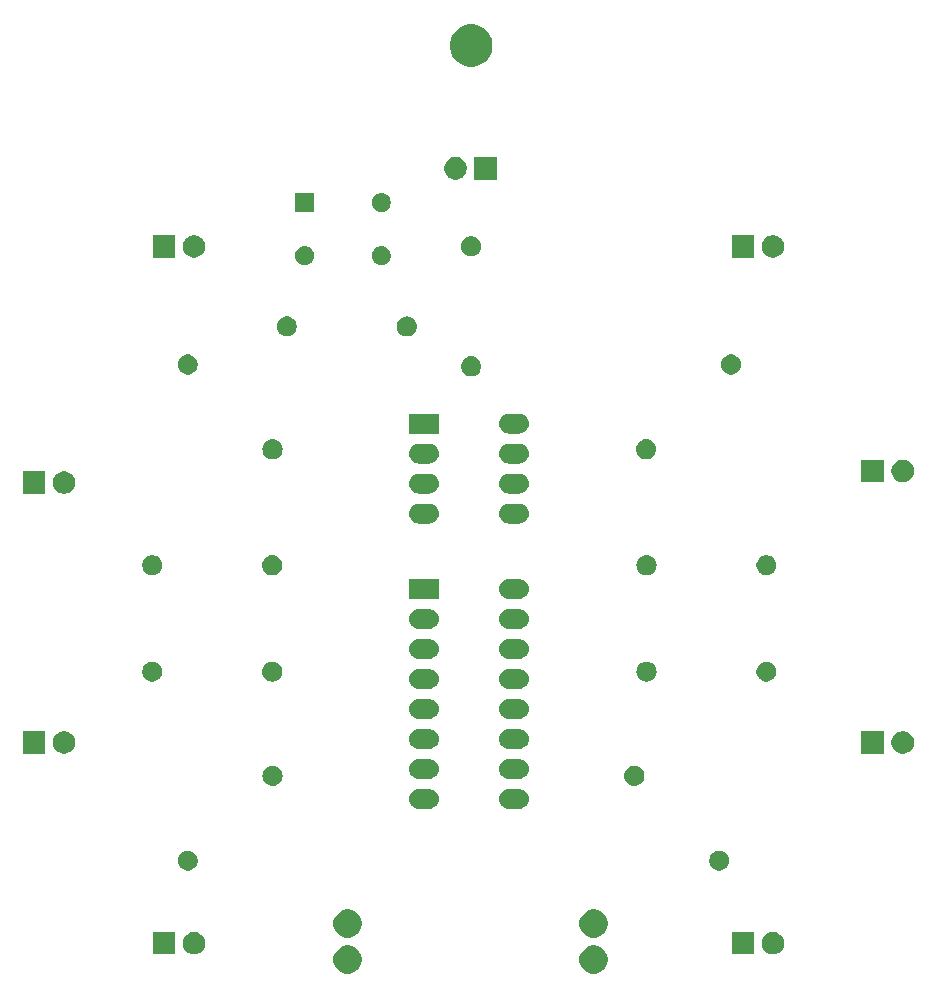
<source format=gbr>
G04 #@! TF.GenerationSoftware,KiCad,Pcbnew,(5.1.0)-1*
G04 #@! TF.CreationDate,2019-11-25T20:58:05-05:00*
G04 #@! TF.ProjectId,Christmas Ornament 2019,43687269-7374-46d6-9173-204f726e616d,rev?*
G04 #@! TF.SameCoordinates,Original*
G04 #@! TF.FileFunction,Soldermask,Top*
G04 #@! TF.FilePolarity,Negative*
%FSLAX46Y46*%
G04 Gerber Fmt 4.6, Leading zero omitted, Abs format (unit mm)*
G04 Created by KiCad (PCBNEW (5.1.0)-1) date 2019-11-25 20:58:05*
%MOMM*%
%LPD*%
G04 APERTURE LIST*
%ADD10C,0.100000*%
G04 APERTURE END LIST*
D10*
G36*
X118712276Y-118231884D02*
G01*
X118929569Y-118321890D01*
X118929571Y-118321891D01*
X119125130Y-118452560D01*
X119291440Y-118618870D01*
X119371502Y-118738690D01*
X119422110Y-118814431D01*
X119512116Y-119031724D01*
X119558000Y-119262400D01*
X119558000Y-119497600D01*
X119512116Y-119728276D01*
X119422110Y-119945569D01*
X119422109Y-119945571D01*
X119291440Y-120141130D01*
X119125130Y-120307440D01*
X118929571Y-120438109D01*
X118929570Y-120438110D01*
X118929569Y-120438110D01*
X118712276Y-120528116D01*
X118481600Y-120574000D01*
X118246400Y-120574000D01*
X118015724Y-120528116D01*
X117798431Y-120438110D01*
X117798430Y-120438110D01*
X117798429Y-120438109D01*
X117602870Y-120307440D01*
X117436560Y-120141130D01*
X117305891Y-119945571D01*
X117305890Y-119945569D01*
X117215884Y-119728276D01*
X117170000Y-119497600D01*
X117170000Y-119262400D01*
X117215884Y-119031724D01*
X117305890Y-118814431D01*
X117356499Y-118738690D01*
X117436560Y-118618870D01*
X117602870Y-118452560D01*
X117798429Y-118321891D01*
X117798431Y-118321890D01*
X118015724Y-118231884D01*
X118246400Y-118186000D01*
X118481600Y-118186000D01*
X118712276Y-118231884D01*
X118712276Y-118231884D01*
G37*
G36*
X97884276Y-118231884D02*
G01*
X98101569Y-118321890D01*
X98101571Y-118321891D01*
X98297130Y-118452560D01*
X98463440Y-118618870D01*
X98543502Y-118738690D01*
X98594110Y-118814431D01*
X98684116Y-119031724D01*
X98730000Y-119262400D01*
X98730000Y-119497600D01*
X98684116Y-119728276D01*
X98594110Y-119945569D01*
X98594109Y-119945571D01*
X98463440Y-120141130D01*
X98297130Y-120307440D01*
X98101571Y-120438109D01*
X98101570Y-120438110D01*
X98101569Y-120438110D01*
X97884276Y-120528116D01*
X97653600Y-120574000D01*
X97418400Y-120574000D01*
X97187724Y-120528116D01*
X96970431Y-120438110D01*
X96970430Y-120438110D01*
X96970429Y-120438109D01*
X96774870Y-120307440D01*
X96608560Y-120141130D01*
X96477891Y-119945571D01*
X96477890Y-119945569D01*
X96387884Y-119728276D01*
X96342000Y-119497600D01*
X96342000Y-119262400D01*
X96387884Y-119031724D01*
X96477890Y-118814431D01*
X96528499Y-118738690D01*
X96608560Y-118618870D01*
X96774870Y-118452560D01*
X96970429Y-118321891D01*
X96970431Y-118321890D01*
X97187724Y-118231884D01*
X97418400Y-118186000D01*
X97653600Y-118186000D01*
X97884276Y-118231884D01*
X97884276Y-118231884D01*
G37*
G36*
X133817395Y-117085546D02*
G01*
X133990466Y-117157234D01*
X133990467Y-117157235D01*
X134146227Y-117261310D01*
X134278690Y-117393773D01*
X134278691Y-117393775D01*
X134382766Y-117549534D01*
X134454454Y-117722605D01*
X134491000Y-117906333D01*
X134491000Y-118093667D01*
X134454454Y-118277395D01*
X134382766Y-118450466D01*
X134382765Y-118450467D01*
X134278690Y-118606227D01*
X134146227Y-118738690D01*
X134067818Y-118791081D01*
X133990466Y-118842766D01*
X133817395Y-118914454D01*
X133633667Y-118951000D01*
X133446333Y-118951000D01*
X133262605Y-118914454D01*
X133089534Y-118842766D01*
X133012182Y-118791081D01*
X132933773Y-118738690D01*
X132801310Y-118606227D01*
X132697235Y-118450467D01*
X132697234Y-118450466D01*
X132625546Y-118277395D01*
X132589000Y-118093667D01*
X132589000Y-117906333D01*
X132625546Y-117722605D01*
X132697234Y-117549534D01*
X132801309Y-117393775D01*
X132801310Y-117393773D01*
X132933773Y-117261310D01*
X133089533Y-117157235D01*
X133089534Y-117157234D01*
X133262605Y-117085546D01*
X133446333Y-117049000D01*
X133633667Y-117049000D01*
X133817395Y-117085546D01*
X133817395Y-117085546D01*
G37*
G36*
X82951000Y-118951000D02*
G01*
X81049000Y-118951000D01*
X81049000Y-117049000D01*
X82951000Y-117049000D01*
X82951000Y-118951000D01*
X82951000Y-118951000D01*
G37*
G36*
X131951000Y-118951000D02*
G01*
X130049000Y-118951000D01*
X130049000Y-117049000D01*
X131951000Y-117049000D01*
X131951000Y-118951000D01*
X131951000Y-118951000D01*
G37*
G36*
X84817395Y-117085546D02*
G01*
X84990466Y-117157234D01*
X84990467Y-117157235D01*
X85146227Y-117261310D01*
X85278690Y-117393773D01*
X85278691Y-117393775D01*
X85382766Y-117549534D01*
X85454454Y-117722605D01*
X85491000Y-117906333D01*
X85491000Y-118093667D01*
X85454454Y-118277395D01*
X85382766Y-118450466D01*
X85382765Y-118450467D01*
X85278690Y-118606227D01*
X85146227Y-118738690D01*
X85067818Y-118791081D01*
X84990466Y-118842766D01*
X84817395Y-118914454D01*
X84633667Y-118951000D01*
X84446333Y-118951000D01*
X84262605Y-118914454D01*
X84089534Y-118842766D01*
X84012182Y-118791081D01*
X83933773Y-118738690D01*
X83801310Y-118606227D01*
X83697235Y-118450467D01*
X83697234Y-118450466D01*
X83625546Y-118277395D01*
X83589000Y-118093667D01*
X83589000Y-117906333D01*
X83625546Y-117722605D01*
X83697234Y-117549534D01*
X83801309Y-117393775D01*
X83801310Y-117393773D01*
X83933773Y-117261310D01*
X84089533Y-117157235D01*
X84089534Y-117157234D01*
X84262605Y-117085546D01*
X84446333Y-117049000D01*
X84633667Y-117049000D01*
X84817395Y-117085546D01*
X84817395Y-117085546D01*
G37*
G36*
X97884276Y-115183884D02*
G01*
X98101569Y-115273890D01*
X98101571Y-115273891D01*
X98297130Y-115404560D01*
X98463440Y-115570870D01*
X98594110Y-115766431D01*
X98684116Y-115983724D01*
X98730000Y-116214400D01*
X98730000Y-116449600D01*
X98684116Y-116680276D01*
X98594110Y-116897569D01*
X98594109Y-116897571D01*
X98463440Y-117093130D01*
X98297130Y-117259440D01*
X98101571Y-117390109D01*
X98101570Y-117390110D01*
X98101569Y-117390110D01*
X97884276Y-117480116D01*
X97653600Y-117526000D01*
X97418400Y-117526000D01*
X97187724Y-117480116D01*
X96970431Y-117390110D01*
X96970430Y-117390110D01*
X96970429Y-117390109D01*
X96774870Y-117259440D01*
X96608560Y-117093130D01*
X96477891Y-116897571D01*
X96477890Y-116897569D01*
X96387884Y-116680276D01*
X96342000Y-116449600D01*
X96342000Y-116214400D01*
X96387884Y-115983724D01*
X96477890Y-115766431D01*
X96608560Y-115570870D01*
X96774870Y-115404560D01*
X96970429Y-115273891D01*
X96970431Y-115273890D01*
X97187724Y-115183884D01*
X97418400Y-115138000D01*
X97653600Y-115138000D01*
X97884276Y-115183884D01*
X97884276Y-115183884D01*
G37*
G36*
X118712276Y-115183884D02*
G01*
X118929569Y-115273890D01*
X118929571Y-115273891D01*
X119125130Y-115404560D01*
X119291440Y-115570870D01*
X119422110Y-115766431D01*
X119512116Y-115983724D01*
X119558000Y-116214400D01*
X119558000Y-116449600D01*
X119512116Y-116680276D01*
X119422110Y-116897569D01*
X119422109Y-116897571D01*
X119291440Y-117093130D01*
X119125130Y-117259440D01*
X118929571Y-117390109D01*
X118929570Y-117390110D01*
X118929569Y-117390110D01*
X118712276Y-117480116D01*
X118481600Y-117526000D01*
X118246400Y-117526000D01*
X118015724Y-117480116D01*
X117798431Y-117390110D01*
X117798430Y-117390110D01*
X117798429Y-117390109D01*
X117602870Y-117259440D01*
X117436560Y-117093130D01*
X117305891Y-116897571D01*
X117305890Y-116897569D01*
X117215884Y-116680276D01*
X117170000Y-116449600D01*
X117170000Y-116214400D01*
X117215884Y-115983724D01*
X117305890Y-115766431D01*
X117436560Y-115570870D01*
X117602870Y-115404560D01*
X117798429Y-115273891D01*
X117798431Y-115273890D01*
X118015724Y-115183884D01*
X118246400Y-115138000D01*
X118481600Y-115138000D01*
X118712276Y-115183884D01*
X118712276Y-115183884D01*
G37*
G36*
X84248228Y-110181703D02*
G01*
X84403100Y-110245853D01*
X84542481Y-110338985D01*
X84661015Y-110457519D01*
X84754147Y-110596900D01*
X84818297Y-110751772D01*
X84851000Y-110916184D01*
X84851000Y-111083816D01*
X84818297Y-111248228D01*
X84754147Y-111403100D01*
X84661015Y-111542481D01*
X84542481Y-111661015D01*
X84403100Y-111754147D01*
X84248228Y-111818297D01*
X84083816Y-111851000D01*
X83916184Y-111851000D01*
X83751772Y-111818297D01*
X83596900Y-111754147D01*
X83457519Y-111661015D01*
X83338985Y-111542481D01*
X83245853Y-111403100D01*
X83181703Y-111248228D01*
X83149000Y-111083816D01*
X83149000Y-110916184D01*
X83181703Y-110751772D01*
X83245853Y-110596900D01*
X83338985Y-110457519D01*
X83457519Y-110338985D01*
X83596900Y-110245853D01*
X83751772Y-110181703D01*
X83916184Y-110149000D01*
X84083816Y-110149000D01*
X84248228Y-110181703D01*
X84248228Y-110181703D01*
G37*
G36*
X129248228Y-110181703D02*
G01*
X129403100Y-110245853D01*
X129542481Y-110338985D01*
X129661015Y-110457519D01*
X129754147Y-110596900D01*
X129818297Y-110751772D01*
X129851000Y-110916184D01*
X129851000Y-111083816D01*
X129818297Y-111248228D01*
X129754147Y-111403100D01*
X129661015Y-111542481D01*
X129542481Y-111661015D01*
X129403100Y-111754147D01*
X129248228Y-111818297D01*
X129083816Y-111851000D01*
X128916184Y-111851000D01*
X128751772Y-111818297D01*
X128596900Y-111754147D01*
X128457519Y-111661015D01*
X128338985Y-111542481D01*
X128245853Y-111403100D01*
X128181703Y-111248228D01*
X128149000Y-111083816D01*
X128149000Y-110916184D01*
X128181703Y-110751772D01*
X128245853Y-110596900D01*
X128338985Y-110457519D01*
X128457519Y-110338985D01*
X128596900Y-110245853D01*
X128751772Y-110181703D01*
X128916184Y-110149000D01*
X129083816Y-110149000D01*
X129248228Y-110181703D01*
X129248228Y-110181703D01*
G37*
G36*
X104566823Y-104941313D02*
G01*
X104727242Y-104989976D01*
X104859906Y-105060886D01*
X104875078Y-105068996D01*
X105004659Y-105175341D01*
X105111004Y-105304922D01*
X105111005Y-105304924D01*
X105190024Y-105452758D01*
X105238687Y-105613177D01*
X105255117Y-105780000D01*
X105238687Y-105946823D01*
X105190024Y-106107242D01*
X105119114Y-106239906D01*
X105111004Y-106255078D01*
X105004659Y-106384659D01*
X104875078Y-106491004D01*
X104875076Y-106491005D01*
X104727242Y-106570024D01*
X104566823Y-106618687D01*
X104441804Y-106631000D01*
X103558196Y-106631000D01*
X103433177Y-106618687D01*
X103272758Y-106570024D01*
X103124924Y-106491005D01*
X103124922Y-106491004D01*
X102995341Y-106384659D01*
X102888996Y-106255078D01*
X102880886Y-106239906D01*
X102809976Y-106107242D01*
X102761313Y-105946823D01*
X102744883Y-105780000D01*
X102761313Y-105613177D01*
X102809976Y-105452758D01*
X102888995Y-105304924D01*
X102888996Y-105304922D01*
X102995341Y-105175341D01*
X103124922Y-105068996D01*
X103140094Y-105060886D01*
X103272758Y-104989976D01*
X103433177Y-104941313D01*
X103558196Y-104929000D01*
X104441804Y-104929000D01*
X104566823Y-104941313D01*
X104566823Y-104941313D01*
G37*
G36*
X112186823Y-104941313D02*
G01*
X112347242Y-104989976D01*
X112479906Y-105060886D01*
X112495078Y-105068996D01*
X112624659Y-105175341D01*
X112731004Y-105304922D01*
X112731005Y-105304924D01*
X112810024Y-105452758D01*
X112858687Y-105613177D01*
X112875117Y-105780000D01*
X112858687Y-105946823D01*
X112810024Y-106107242D01*
X112739114Y-106239906D01*
X112731004Y-106255078D01*
X112624659Y-106384659D01*
X112495078Y-106491004D01*
X112495076Y-106491005D01*
X112347242Y-106570024D01*
X112186823Y-106618687D01*
X112061804Y-106631000D01*
X111178196Y-106631000D01*
X111053177Y-106618687D01*
X110892758Y-106570024D01*
X110744924Y-106491005D01*
X110744922Y-106491004D01*
X110615341Y-106384659D01*
X110508996Y-106255078D01*
X110500886Y-106239906D01*
X110429976Y-106107242D01*
X110381313Y-105946823D01*
X110364883Y-105780000D01*
X110381313Y-105613177D01*
X110429976Y-105452758D01*
X110508995Y-105304924D01*
X110508996Y-105304922D01*
X110615341Y-105175341D01*
X110744922Y-105068996D01*
X110760094Y-105060886D01*
X110892758Y-104989976D01*
X111053177Y-104941313D01*
X111178196Y-104929000D01*
X112061804Y-104929000D01*
X112186823Y-104941313D01*
X112186823Y-104941313D01*
G37*
G36*
X121982618Y-102977108D02*
G01*
X122143037Y-103025771D01*
X122231727Y-103073177D01*
X122290873Y-103104791D01*
X122420454Y-103211136D01*
X122526799Y-103340717D01*
X122526800Y-103340719D01*
X122605819Y-103488553D01*
X122654482Y-103648972D01*
X122670912Y-103815795D01*
X122654482Y-103982618D01*
X122605819Y-104143037D01*
X122534909Y-104275701D01*
X122526799Y-104290873D01*
X122420454Y-104420454D01*
X122290873Y-104526799D01*
X122290871Y-104526800D01*
X122143037Y-104605819D01*
X121982618Y-104654482D01*
X121857599Y-104666795D01*
X121773991Y-104666795D01*
X121648972Y-104654482D01*
X121488553Y-104605819D01*
X121340719Y-104526800D01*
X121340717Y-104526799D01*
X121211136Y-104420454D01*
X121104791Y-104290873D01*
X121096681Y-104275701D01*
X121025771Y-104143037D01*
X120977108Y-103982618D01*
X120960678Y-103815795D01*
X120977108Y-103648972D01*
X121025771Y-103488553D01*
X121104790Y-103340719D01*
X121104791Y-103340717D01*
X121211136Y-103211136D01*
X121340717Y-103104791D01*
X121399863Y-103073177D01*
X121488553Y-103025771D01*
X121648972Y-102977108D01*
X121773991Y-102964795D01*
X121857599Y-102964795D01*
X121982618Y-102977108D01*
X121982618Y-102977108D01*
G37*
G36*
X91351028Y-102977108D02*
G01*
X91511447Y-103025771D01*
X91600137Y-103073177D01*
X91659283Y-103104791D01*
X91788864Y-103211136D01*
X91895209Y-103340717D01*
X91895210Y-103340719D01*
X91974229Y-103488553D01*
X92022892Y-103648972D01*
X92039322Y-103815795D01*
X92022892Y-103982618D01*
X91974229Y-104143037D01*
X91903319Y-104275701D01*
X91895209Y-104290873D01*
X91788864Y-104420454D01*
X91659283Y-104526799D01*
X91659281Y-104526800D01*
X91511447Y-104605819D01*
X91351028Y-104654482D01*
X91226009Y-104666795D01*
X91142401Y-104666795D01*
X91017382Y-104654482D01*
X90856963Y-104605819D01*
X90709129Y-104526800D01*
X90709127Y-104526799D01*
X90579546Y-104420454D01*
X90473201Y-104290873D01*
X90465091Y-104275701D01*
X90394181Y-104143037D01*
X90345518Y-103982618D01*
X90329088Y-103815795D01*
X90345518Y-103648972D01*
X90394181Y-103488553D01*
X90473200Y-103340719D01*
X90473201Y-103340717D01*
X90579546Y-103211136D01*
X90709127Y-103104791D01*
X90768273Y-103073177D01*
X90856963Y-103025771D01*
X91017382Y-102977108D01*
X91142401Y-102964795D01*
X91226009Y-102964795D01*
X91351028Y-102977108D01*
X91351028Y-102977108D01*
G37*
G36*
X112186823Y-102401313D02*
G01*
X112347242Y-102449976D01*
X112479906Y-102520886D01*
X112495078Y-102528996D01*
X112624659Y-102635341D01*
X112731004Y-102764922D01*
X112731005Y-102764924D01*
X112810024Y-102912758D01*
X112858687Y-103073177D01*
X112875117Y-103240000D01*
X112858687Y-103406823D01*
X112810024Y-103567242D01*
X112766339Y-103648970D01*
X112731004Y-103715078D01*
X112624659Y-103844659D01*
X112495078Y-103951004D01*
X112495076Y-103951005D01*
X112347242Y-104030024D01*
X112186823Y-104078687D01*
X112061804Y-104091000D01*
X111178196Y-104091000D01*
X111053177Y-104078687D01*
X110892758Y-104030024D01*
X110744924Y-103951005D01*
X110744922Y-103951004D01*
X110615341Y-103844659D01*
X110508996Y-103715078D01*
X110473661Y-103648970D01*
X110429976Y-103567242D01*
X110381313Y-103406823D01*
X110364883Y-103240000D01*
X110381313Y-103073177D01*
X110429976Y-102912758D01*
X110508995Y-102764924D01*
X110508996Y-102764922D01*
X110615341Y-102635341D01*
X110744922Y-102528996D01*
X110760094Y-102520886D01*
X110892758Y-102449976D01*
X111053177Y-102401313D01*
X111178196Y-102389000D01*
X112061804Y-102389000D01*
X112186823Y-102401313D01*
X112186823Y-102401313D01*
G37*
G36*
X104566823Y-102401313D02*
G01*
X104727242Y-102449976D01*
X104859906Y-102520886D01*
X104875078Y-102528996D01*
X105004659Y-102635341D01*
X105111004Y-102764922D01*
X105111005Y-102764924D01*
X105190024Y-102912758D01*
X105238687Y-103073177D01*
X105255117Y-103240000D01*
X105238687Y-103406823D01*
X105190024Y-103567242D01*
X105146339Y-103648970D01*
X105111004Y-103715078D01*
X105004659Y-103844659D01*
X104875078Y-103951004D01*
X104875076Y-103951005D01*
X104727242Y-104030024D01*
X104566823Y-104078687D01*
X104441804Y-104091000D01*
X103558196Y-104091000D01*
X103433177Y-104078687D01*
X103272758Y-104030024D01*
X103124924Y-103951005D01*
X103124922Y-103951004D01*
X102995341Y-103844659D01*
X102888996Y-103715078D01*
X102853661Y-103648970D01*
X102809976Y-103567242D01*
X102761313Y-103406823D01*
X102744883Y-103240000D01*
X102761313Y-103073177D01*
X102809976Y-102912758D01*
X102888995Y-102764924D01*
X102888996Y-102764922D01*
X102995341Y-102635341D01*
X103124922Y-102528996D01*
X103140094Y-102520886D01*
X103272758Y-102449976D01*
X103433177Y-102401313D01*
X103558196Y-102389000D01*
X104441804Y-102389000D01*
X104566823Y-102401313D01*
X104566823Y-102401313D01*
G37*
G36*
X144817395Y-100085546D02*
G01*
X144990466Y-100157234D01*
X144990467Y-100157235D01*
X145146227Y-100261310D01*
X145278690Y-100393773D01*
X145278691Y-100393775D01*
X145382766Y-100549534D01*
X145454454Y-100722605D01*
X145491000Y-100906333D01*
X145491000Y-101093667D01*
X145454454Y-101277395D01*
X145382766Y-101450466D01*
X145382765Y-101450467D01*
X145278690Y-101606227D01*
X145146227Y-101738690D01*
X145067818Y-101791081D01*
X144990466Y-101842766D01*
X144817395Y-101914454D01*
X144633667Y-101951000D01*
X144446333Y-101951000D01*
X144262605Y-101914454D01*
X144089534Y-101842766D01*
X144012182Y-101791081D01*
X143933773Y-101738690D01*
X143801310Y-101606227D01*
X143697235Y-101450467D01*
X143697234Y-101450466D01*
X143625546Y-101277395D01*
X143589000Y-101093667D01*
X143589000Y-100906333D01*
X143625546Y-100722605D01*
X143697234Y-100549534D01*
X143801309Y-100393775D01*
X143801310Y-100393773D01*
X143933773Y-100261310D01*
X144089533Y-100157235D01*
X144089534Y-100157234D01*
X144262605Y-100085546D01*
X144446333Y-100049000D01*
X144633667Y-100049000D01*
X144817395Y-100085546D01*
X144817395Y-100085546D01*
G37*
G36*
X73817395Y-100085546D02*
G01*
X73990466Y-100157234D01*
X73990467Y-100157235D01*
X74146227Y-100261310D01*
X74278690Y-100393773D01*
X74278691Y-100393775D01*
X74382766Y-100549534D01*
X74454454Y-100722605D01*
X74491000Y-100906333D01*
X74491000Y-101093667D01*
X74454454Y-101277395D01*
X74382766Y-101450466D01*
X74382765Y-101450467D01*
X74278690Y-101606227D01*
X74146227Y-101738690D01*
X74067818Y-101791081D01*
X73990466Y-101842766D01*
X73817395Y-101914454D01*
X73633667Y-101951000D01*
X73446333Y-101951000D01*
X73262605Y-101914454D01*
X73089534Y-101842766D01*
X73012182Y-101791081D01*
X72933773Y-101738690D01*
X72801310Y-101606227D01*
X72697235Y-101450467D01*
X72697234Y-101450466D01*
X72625546Y-101277395D01*
X72589000Y-101093667D01*
X72589000Y-100906333D01*
X72625546Y-100722605D01*
X72697234Y-100549534D01*
X72801309Y-100393775D01*
X72801310Y-100393773D01*
X72933773Y-100261310D01*
X73089533Y-100157235D01*
X73089534Y-100157234D01*
X73262605Y-100085546D01*
X73446333Y-100049000D01*
X73633667Y-100049000D01*
X73817395Y-100085546D01*
X73817395Y-100085546D01*
G37*
G36*
X142951000Y-101951000D02*
G01*
X141049000Y-101951000D01*
X141049000Y-100049000D01*
X142951000Y-100049000D01*
X142951000Y-101951000D01*
X142951000Y-101951000D01*
G37*
G36*
X71951000Y-101951000D02*
G01*
X70049000Y-101951000D01*
X70049000Y-100049000D01*
X71951000Y-100049000D01*
X71951000Y-101951000D01*
X71951000Y-101951000D01*
G37*
G36*
X112186823Y-99861313D02*
G01*
X112347242Y-99909976D01*
X112479906Y-99980886D01*
X112495078Y-99988996D01*
X112624659Y-100095341D01*
X112731004Y-100224922D01*
X112731005Y-100224924D01*
X112810024Y-100372758D01*
X112810025Y-100372761D01*
X112819083Y-100402620D01*
X112858687Y-100533177D01*
X112875117Y-100700000D01*
X112858687Y-100866823D01*
X112810024Y-101027242D01*
X112774520Y-101093665D01*
X112731004Y-101175078D01*
X112624659Y-101304659D01*
X112495078Y-101411004D01*
X112495076Y-101411005D01*
X112347242Y-101490024D01*
X112186823Y-101538687D01*
X112061804Y-101551000D01*
X111178196Y-101551000D01*
X111053177Y-101538687D01*
X110892758Y-101490024D01*
X110744924Y-101411005D01*
X110744922Y-101411004D01*
X110615341Y-101304659D01*
X110508996Y-101175078D01*
X110465480Y-101093665D01*
X110429976Y-101027242D01*
X110381313Y-100866823D01*
X110364883Y-100700000D01*
X110381313Y-100533177D01*
X110420917Y-100402620D01*
X110429975Y-100372761D01*
X110429976Y-100372758D01*
X110508995Y-100224924D01*
X110508996Y-100224922D01*
X110615341Y-100095341D01*
X110744922Y-99988996D01*
X110760094Y-99980886D01*
X110892758Y-99909976D01*
X111053177Y-99861313D01*
X111178196Y-99849000D01*
X112061804Y-99849000D01*
X112186823Y-99861313D01*
X112186823Y-99861313D01*
G37*
G36*
X104566823Y-99861313D02*
G01*
X104727242Y-99909976D01*
X104859906Y-99980886D01*
X104875078Y-99988996D01*
X105004659Y-100095341D01*
X105111004Y-100224922D01*
X105111005Y-100224924D01*
X105190024Y-100372758D01*
X105190025Y-100372761D01*
X105199083Y-100402620D01*
X105238687Y-100533177D01*
X105255117Y-100700000D01*
X105238687Y-100866823D01*
X105190024Y-101027242D01*
X105154520Y-101093665D01*
X105111004Y-101175078D01*
X105004659Y-101304659D01*
X104875078Y-101411004D01*
X104875076Y-101411005D01*
X104727242Y-101490024D01*
X104566823Y-101538687D01*
X104441804Y-101551000D01*
X103558196Y-101551000D01*
X103433177Y-101538687D01*
X103272758Y-101490024D01*
X103124924Y-101411005D01*
X103124922Y-101411004D01*
X102995341Y-101304659D01*
X102888996Y-101175078D01*
X102845480Y-101093665D01*
X102809976Y-101027242D01*
X102761313Y-100866823D01*
X102744883Y-100700000D01*
X102761313Y-100533177D01*
X102800917Y-100402620D01*
X102809975Y-100372761D01*
X102809976Y-100372758D01*
X102888995Y-100224924D01*
X102888996Y-100224922D01*
X102995341Y-100095341D01*
X103124922Y-99988996D01*
X103140094Y-99980886D01*
X103272758Y-99909976D01*
X103433177Y-99861313D01*
X103558196Y-99849000D01*
X104441804Y-99849000D01*
X104566823Y-99861313D01*
X104566823Y-99861313D01*
G37*
G36*
X104566823Y-97321313D02*
G01*
X104727242Y-97369976D01*
X104859906Y-97440886D01*
X104875078Y-97448996D01*
X105004659Y-97555341D01*
X105111004Y-97684922D01*
X105111005Y-97684924D01*
X105190024Y-97832758D01*
X105238687Y-97993177D01*
X105255117Y-98160000D01*
X105238687Y-98326823D01*
X105190024Y-98487242D01*
X105119114Y-98619906D01*
X105111004Y-98635078D01*
X105004659Y-98764659D01*
X104875078Y-98871004D01*
X104875076Y-98871005D01*
X104727242Y-98950024D01*
X104566823Y-98998687D01*
X104441804Y-99011000D01*
X103558196Y-99011000D01*
X103433177Y-98998687D01*
X103272758Y-98950024D01*
X103124924Y-98871005D01*
X103124922Y-98871004D01*
X102995341Y-98764659D01*
X102888996Y-98635078D01*
X102880886Y-98619906D01*
X102809976Y-98487242D01*
X102761313Y-98326823D01*
X102744883Y-98160000D01*
X102761313Y-97993177D01*
X102809976Y-97832758D01*
X102888995Y-97684924D01*
X102888996Y-97684922D01*
X102995341Y-97555341D01*
X103124922Y-97448996D01*
X103140094Y-97440886D01*
X103272758Y-97369976D01*
X103433177Y-97321313D01*
X103558196Y-97309000D01*
X104441804Y-97309000D01*
X104566823Y-97321313D01*
X104566823Y-97321313D01*
G37*
G36*
X112186823Y-97321313D02*
G01*
X112347242Y-97369976D01*
X112479906Y-97440886D01*
X112495078Y-97448996D01*
X112624659Y-97555341D01*
X112731004Y-97684922D01*
X112731005Y-97684924D01*
X112810024Y-97832758D01*
X112858687Y-97993177D01*
X112875117Y-98160000D01*
X112858687Y-98326823D01*
X112810024Y-98487242D01*
X112739114Y-98619906D01*
X112731004Y-98635078D01*
X112624659Y-98764659D01*
X112495078Y-98871004D01*
X112495076Y-98871005D01*
X112347242Y-98950024D01*
X112186823Y-98998687D01*
X112061804Y-99011000D01*
X111178196Y-99011000D01*
X111053177Y-98998687D01*
X110892758Y-98950024D01*
X110744924Y-98871005D01*
X110744922Y-98871004D01*
X110615341Y-98764659D01*
X110508996Y-98635078D01*
X110500886Y-98619906D01*
X110429976Y-98487242D01*
X110381313Y-98326823D01*
X110364883Y-98160000D01*
X110381313Y-97993177D01*
X110429976Y-97832758D01*
X110508995Y-97684924D01*
X110508996Y-97684922D01*
X110615341Y-97555341D01*
X110744922Y-97448996D01*
X110760094Y-97440886D01*
X110892758Y-97369976D01*
X111053177Y-97321313D01*
X111178196Y-97309000D01*
X112061804Y-97309000D01*
X112186823Y-97321313D01*
X112186823Y-97321313D01*
G37*
G36*
X112186823Y-94781313D02*
G01*
X112347242Y-94829976D01*
X112479906Y-94900886D01*
X112495078Y-94908996D01*
X112624659Y-95015341D01*
X112731004Y-95144922D01*
X112731005Y-95144924D01*
X112810024Y-95292758D01*
X112858687Y-95453177D01*
X112875117Y-95620000D01*
X112858687Y-95786823D01*
X112810024Y-95947242D01*
X112739114Y-96079906D01*
X112731004Y-96095078D01*
X112624659Y-96224659D01*
X112495078Y-96331004D01*
X112495076Y-96331005D01*
X112347242Y-96410024D01*
X112186823Y-96458687D01*
X112061804Y-96471000D01*
X111178196Y-96471000D01*
X111053177Y-96458687D01*
X110892758Y-96410024D01*
X110744924Y-96331005D01*
X110744922Y-96331004D01*
X110615341Y-96224659D01*
X110508996Y-96095078D01*
X110500886Y-96079906D01*
X110429976Y-95947242D01*
X110381313Y-95786823D01*
X110364883Y-95620000D01*
X110381313Y-95453177D01*
X110429976Y-95292758D01*
X110508995Y-95144924D01*
X110508996Y-95144922D01*
X110615341Y-95015341D01*
X110744922Y-94908996D01*
X110760094Y-94900886D01*
X110892758Y-94829976D01*
X111053177Y-94781313D01*
X111178196Y-94769000D01*
X112061804Y-94769000D01*
X112186823Y-94781313D01*
X112186823Y-94781313D01*
G37*
G36*
X104566823Y-94781313D02*
G01*
X104727242Y-94829976D01*
X104859906Y-94900886D01*
X104875078Y-94908996D01*
X105004659Y-95015341D01*
X105111004Y-95144922D01*
X105111005Y-95144924D01*
X105190024Y-95292758D01*
X105238687Y-95453177D01*
X105255117Y-95620000D01*
X105238687Y-95786823D01*
X105190024Y-95947242D01*
X105119114Y-96079906D01*
X105111004Y-96095078D01*
X105004659Y-96224659D01*
X104875078Y-96331004D01*
X104875076Y-96331005D01*
X104727242Y-96410024D01*
X104566823Y-96458687D01*
X104441804Y-96471000D01*
X103558196Y-96471000D01*
X103433177Y-96458687D01*
X103272758Y-96410024D01*
X103124924Y-96331005D01*
X103124922Y-96331004D01*
X102995341Y-96224659D01*
X102888996Y-96095078D01*
X102880886Y-96079906D01*
X102809976Y-95947242D01*
X102761313Y-95786823D01*
X102744883Y-95620000D01*
X102761313Y-95453177D01*
X102809976Y-95292758D01*
X102888995Y-95144924D01*
X102888996Y-95144922D01*
X102995341Y-95015341D01*
X103124922Y-94908996D01*
X103140094Y-94900886D01*
X103272758Y-94829976D01*
X103433177Y-94781313D01*
X103558196Y-94769000D01*
X104441804Y-94769000D01*
X104566823Y-94781313D01*
X104566823Y-94781313D01*
G37*
G36*
X81248228Y-94181703D02*
G01*
X81403100Y-94245853D01*
X81542481Y-94338985D01*
X81661015Y-94457519D01*
X81754147Y-94596900D01*
X81818297Y-94751772D01*
X81851000Y-94916184D01*
X81851000Y-95083816D01*
X81818297Y-95248228D01*
X81754147Y-95403100D01*
X81661015Y-95542481D01*
X81542481Y-95661015D01*
X81403100Y-95754147D01*
X81248228Y-95818297D01*
X81083816Y-95851000D01*
X80916184Y-95851000D01*
X80751772Y-95818297D01*
X80596900Y-95754147D01*
X80457519Y-95661015D01*
X80338985Y-95542481D01*
X80245853Y-95403100D01*
X80181703Y-95248228D01*
X80149000Y-95083816D01*
X80149000Y-94916184D01*
X80181703Y-94751772D01*
X80245853Y-94596900D01*
X80338985Y-94457519D01*
X80457519Y-94338985D01*
X80596900Y-94245853D01*
X80751772Y-94181703D01*
X80916184Y-94149000D01*
X81083816Y-94149000D01*
X81248228Y-94181703D01*
X81248228Y-94181703D01*
G37*
G36*
X123006823Y-94161313D02*
G01*
X123167242Y-94209976D01*
X123234361Y-94245852D01*
X123315078Y-94288996D01*
X123444659Y-94395341D01*
X123551004Y-94524922D01*
X123551005Y-94524924D01*
X123630024Y-94672758D01*
X123678687Y-94833177D01*
X123695117Y-95000000D01*
X123678687Y-95166823D01*
X123630024Y-95327242D01*
X123589477Y-95403100D01*
X123551004Y-95475078D01*
X123444659Y-95604659D01*
X123315078Y-95711004D01*
X123315076Y-95711005D01*
X123167242Y-95790024D01*
X123006823Y-95838687D01*
X122881804Y-95851000D01*
X122798196Y-95851000D01*
X122673177Y-95838687D01*
X122512758Y-95790024D01*
X122364924Y-95711005D01*
X122364922Y-95711004D01*
X122235341Y-95604659D01*
X122128996Y-95475078D01*
X122090523Y-95403100D01*
X122049976Y-95327242D01*
X122001313Y-95166823D01*
X121984883Y-95000000D01*
X122001313Y-94833177D01*
X122049976Y-94672758D01*
X122128995Y-94524924D01*
X122128996Y-94524922D01*
X122235341Y-94395341D01*
X122364922Y-94288996D01*
X122445639Y-94245852D01*
X122512758Y-94209976D01*
X122673177Y-94161313D01*
X122798196Y-94149000D01*
X122881804Y-94149000D01*
X123006823Y-94161313D01*
X123006823Y-94161313D01*
G37*
G36*
X133248228Y-94181703D02*
G01*
X133403100Y-94245853D01*
X133542481Y-94338985D01*
X133661015Y-94457519D01*
X133754147Y-94596900D01*
X133818297Y-94751772D01*
X133851000Y-94916184D01*
X133851000Y-95083816D01*
X133818297Y-95248228D01*
X133754147Y-95403100D01*
X133661015Y-95542481D01*
X133542481Y-95661015D01*
X133403100Y-95754147D01*
X133248228Y-95818297D01*
X133083816Y-95851000D01*
X132916184Y-95851000D01*
X132751772Y-95818297D01*
X132596900Y-95754147D01*
X132457519Y-95661015D01*
X132338985Y-95542481D01*
X132245853Y-95403100D01*
X132181703Y-95248228D01*
X132149000Y-95083816D01*
X132149000Y-94916184D01*
X132181703Y-94751772D01*
X132245853Y-94596900D01*
X132338985Y-94457519D01*
X132457519Y-94338985D01*
X132596900Y-94245853D01*
X132751772Y-94181703D01*
X132916184Y-94149000D01*
X133083816Y-94149000D01*
X133248228Y-94181703D01*
X133248228Y-94181703D01*
G37*
G36*
X91326823Y-94161313D02*
G01*
X91487242Y-94209976D01*
X91554361Y-94245852D01*
X91635078Y-94288996D01*
X91764659Y-94395341D01*
X91871004Y-94524922D01*
X91871005Y-94524924D01*
X91950024Y-94672758D01*
X91998687Y-94833177D01*
X92015117Y-95000000D01*
X91998687Y-95166823D01*
X91950024Y-95327242D01*
X91909477Y-95403100D01*
X91871004Y-95475078D01*
X91764659Y-95604659D01*
X91635078Y-95711004D01*
X91635076Y-95711005D01*
X91487242Y-95790024D01*
X91326823Y-95838687D01*
X91201804Y-95851000D01*
X91118196Y-95851000D01*
X90993177Y-95838687D01*
X90832758Y-95790024D01*
X90684924Y-95711005D01*
X90684922Y-95711004D01*
X90555341Y-95604659D01*
X90448996Y-95475078D01*
X90410523Y-95403100D01*
X90369976Y-95327242D01*
X90321313Y-95166823D01*
X90304883Y-95000000D01*
X90321313Y-94833177D01*
X90369976Y-94672758D01*
X90448995Y-94524924D01*
X90448996Y-94524922D01*
X90555341Y-94395341D01*
X90684922Y-94288996D01*
X90765639Y-94245852D01*
X90832758Y-94209976D01*
X90993177Y-94161313D01*
X91118196Y-94149000D01*
X91201804Y-94149000D01*
X91326823Y-94161313D01*
X91326823Y-94161313D01*
G37*
G36*
X104566823Y-92241313D02*
G01*
X104727242Y-92289976D01*
X104859906Y-92360886D01*
X104875078Y-92368996D01*
X105004659Y-92475341D01*
X105111004Y-92604922D01*
X105111005Y-92604924D01*
X105190024Y-92752758D01*
X105238687Y-92913177D01*
X105255117Y-93080000D01*
X105238687Y-93246823D01*
X105190024Y-93407242D01*
X105119114Y-93539906D01*
X105111004Y-93555078D01*
X105004659Y-93684659D01*
X104875078Y-93791004D01*
X104875076Y-93791005D01*
X104727242Y-93870024D01*
X104566823Y-93918687D01*
X104441804Y-93931000D01*
X103558196Y-93931000D01*
X103433177Y-93918687D01*
X103272758Y-93870024D01*
X103124924Y-93791005D01*
X103124922Y-93791004D01*
X102995341Y-93684659D01*
X102888996Y-93555078D01*
X102880886Y-93539906D01*
X102809976Y-93407242D01*
X102761313Y-93246823D01*
X102744883Y-93080000D01*
X102761313Y-92913177D01*
X102809976Y-92752758D01*
X102888995Y-92604924D01*
X102888996Y-92604922D01*
X102995341Y-92475341D01*
X103124922Y-92368996D01*
X103140094Y-92360886D01*
X103272758Y-92289976D01*
X103433177Y-92241313D01*
X103558196Y-92229000D01*
X104441804Y-92229000D01*
X104566823Y-92241313D01*
X104566823Y-92241313D01*
G37*
G36*
X112186823Y-92241313D02*
G01*
X112347242Y-92289976D01*
X112479906Y-92360886D01*
X112495078Y-92368996D01*
X112624659Y-92475341D01*
X112731004Y-92604922D01*
X112731005Y-92604924D01*
X112810024Y-92752758D01*
X112858687Y-92913177D01*
X112875117Y-93080000D01*
X112858687Y-93246823D01*
X112810024Y-93407242D01*
X112739114Y-93539906D01*
X112731004Y-93555078D01*
X112624659Y-93684659D01*
X112495078Y-93791004D01*
X112495076Y-93791005D01*
X112347242Y-93870024D01*
X112186823Y-93918687D01*
X112061804Y-93931000D01*
X111178196Y-93931000D01*
X111053177Y-93918687D01*
X110892758Y-93870024D01*
X110744924Y-93791005D01*
X110744922Y-93791004D01*
X110615341Y-93684659D01*
X110508996Y-93555078D01*
X110500886Y-93539906D01*
X110429976Y-93407242D01*
X110381313Y-93246823D01*
X110364883Y-93080000D01*
X110381313Y-92913177D01*
X110429976Y-92752758D01*
X110508995Y-92604924D01*
X110508996Y-92604922D01*
X110615341Y-92475341D01*
X110744922Y-92368996D01*
X110760094Y-92360886D01*
X110892758Y-92289976D01*
X111053177Y-92241313D01*
X111178196Y-92229000D01*
X112061804Y-92229000D01*
X112186823Y-92241313D01*
X112186823Y-92241313D01*
G37*
G36*
X112186823Y-89701313D02*
G01*
X112347242Y-89749976D01*
X112479906Y-89820886D01*
X112495078Y-89828996D01*
X112624659Y-89935341D01*
X112731004Y-90064922D01*
X112731005Y-90064924D01*
X112810024Y-90212758D01*
X112858687Y-90373177D01*
X112875117Y-90540000D01*
X112858687Y-90706823D01*
X112810024Y-90867242D01*
X112739114Y-90999906D01*
X112731004Y-91015078D01*
X112624659Y-91144659D01*
X112495078Y-91251004D01*
X112495076Y-91251005D01*
X112347242Y-91330024D01*
X112186823Y-91378687D01*
X112061804Y-91391000D01*
X111178196Y-91391000D01*
X111053177Y-91378687D01*
X110892758Y-91330024D01*
X110744924Y-91251005D01*
X110744922Y-91251004D01*
X110615341Y-91144659D01*
X110508996Y-91015078D01*
X110500886Y-90999906D01*
X110429976Y-90867242D01*
X110381313Y-90706823D01*
X110364883Y-90540000D01*
X110381313Y-90373177D01*
X110429976Y-90212758D01*
X110508995Y-90064924D01*
X110508996Y-90064922D01*
X110615341Y-89935341D01*
X110744922Y-89828996D01*
X110760094Y-89820886D01*
X110892758Y-89749976D01*
X111053177Y-89701313D01*
X111178196Y-89689000D01*
X112061804Y-89689000D01*
X112186823Y-89701313D01*
X112186823Y-89701313D01*
G37*
G36*
X104566823Y-89701313D02*
G01*
X104727242Y-89749976D01*
X104859906Y-89820886D01*
X104875078Y-89828996D01*
X105004659Y-89935341D01*
X105111004Y-90064922D01*
X105111005Y-90064924D01*
X105190024Y-90212758D01*
X105238687Y-90373177D01*
X105255117Y-90540000D01*
X105238687Y-90706823D01*
X105190024Y-90867242D01*
X105119114Y-90999906D01*
X105111004Y-91015078D01*
X105004659Y-91144659D01*
X104875078Y-91251004D01*
X104875076Y-91251005D01*
X104727242Y-91330024D01*
X104566823Y-91378687D01*
X104441804Y-91391000D01*
X103558196Y-91391000D01*
X103433177Y-91378687D01*
X103272758Y-91330024D01*
X103124924Y-91251005D01*
X103124922Y-91251004D01*
X102995341Y-91144659D01*
X102888996Y-91015078D01*
X102880886Y-90999906D01*
X102809976Y-90867242D01*
X102761313Y-90706823D01*
X102744883Y-90540000D01*
X102761313Y-90373177D01*
X102809976Y-90212758D01*
X102888995Y-90064924D01*
X102888996Y-90064922D01*
X102995341Y-89935341D01*
X103124922Y-89828996D01*
X103140094Y-89820886D01*
X103272758Y-89749976D01*
X103433177Y-89701313D01*
X103558196Y-89689000D01*
X104441804Y-89689000D01*
X104566823Y-89701313D01*
X104566823Y-89701313D01*
G37*
G36*
X105251000Y-88851000D02*
G01*
X102749000Y-88851000D01*
X102749000Y-87149000D01*
X105251000Y-87149000D01*
X105251000Y-88851000D01*
X105251000Y-88851000D01*
G37*
G36*
X112186823Y-87161313D02*
G01*
X112347242Y-87209976D01*
X112479906Y-87280886D01*
X112495078Y-87288996D01*
X112624659Y-87395341D01*
X112731004Y-87524922D01*
X112731005Y-87524924D01*
X112810024Y-87672758D01*
X112858687Y-87833177D01*
X112875117Y-88000000D01*
X112858687Y-88166823D01*
X112810024Y-88327242D01*
X112739114Y-88459906D01*
X112731004Y-88475078D01*
X112624659Y-88604659D01*
X112495078Y-88711004D01*
X112495076Y-88711005D01*
X112347242Y-88790024D01*
X112186823Y-88838687D01*
X112061804Y-88851000D01*
X111178196Y-88851000D01*
X111053177Y-88838687D01*
X110892758Y-88790024D01*
X110744924Y-88711005D01*
X110744922Y-88711004D01*
X110615341Y-88604659D01*
X110508996Y-88475078D01*
X110500886Y-88459906D01*
X110429976Y-88327242D01*
X110381313Y-88166823D01*
X110364883Y-88000000D01*
X110381313Y-87833177D01*
X110429976Y-87672758D01*
X110508995Y-87524924D01*
X110508996Y-87524922D01*
X110615341Y-87395341D01*
X110744922Y-87288996D01*
X110760094Y-87280886D01*
X110892758Y-87209976D01*
X111053177Y-87161313D01*
X111178196Y-87149000D01*
X112061804Y-87149000D01*
X112186823Y-87161313D01*
X112186823Y-87161313D01*
G37*
G36*
X91326823Y-85161313D02*
G01*
X91487242Y-85209976D01*
X91554361Y-85245852D01*
X91635078Y-85288996D01*
X91764659Y-85395341D01*
X91871004Y-85524922D01*
X91871005Y-85524924D01*
X91950024Y-85672758D01*
X91998687Y-85833177D01*
X92015117Y-86000000D01*
X91998687Y-86166823D01*
X91950024Y-86327242D01*
X91909477Y-86403100D01*
X91871004Y-86475078D01*
X91764659Y-86604659D01*
X91635078Y-86711004D01*
X91635076Y-86711005D01*
X91487242Y-86790024D01*
X91326823Y-86838687D01*
X91201804Y-86851000D01*
X91118196Y-86851000D01*
X90993177Y-86838687D01*
X90832758Y-86790024D01*
X90684924Y-86711005D01*
X90684922Y-86711004D01*
X90555341Y-86604659D01*
X90448996Y-86475078D01*
X90410523Y-86403100D01*
X90369976Y-86327242D01*
X90321313Y-86166823D01*
X90304883Y-86000000D01*
X90321313Y-85833177D01*
X90369976Y-85672758D01*
X90448995Y-85524924D01*
X90448996Y-85524922D01*
X90555341Y-85395341D01*
X90684922Y-85288996D01*
X90765639Y-85245852D01*
X90832758Y-85209976D01*
X90993177Y-85161313D01*
X91118196Y-85149000D01*
X91201804Y-85149000D01*
X91326823Y-85161313D01*
X91326823Y-85161313D01*
G37*
G36*
X133248228Y-85181703D02*
G01*
X133403100Y-85245853D01*
X133542481Y-85338985D01*
X133661015Y-85457519D01*
X133754147Y-85596900D01*
X133818297Y-85751772D01*
X133851000Y-85916184D01*
X133851000Y-86083816D01*
X133818297Y-86248228D01*
X133754147Y-86403100D01*
X133661015Y-86542481D01*
X133542481Y-86661015D01*
X133403100Y-86754147D01*
X133248228Y-86818297D01*
X133083816Y-86851000D01*
X132916184Y-86851000D01*
X132751772Y-86818297D01*
X132596900Y-86754147D01*
X132457519Y-86661015D01*
X132338985Y-86542481D01*
X132245853Y-86403100D01*
X132181703Y-86248228D01*
X132149000Y-86083816D01*
X132149000Y-85916184D01*
X132181703Y-85751772D01*
X132245853Y-85596900D01*
X132338985Y-85457519D01*
X132457519Y-85338985D01*
X132596900Y-85245853D01*
X132751772Y-85181703D01*
X132916184Y-85149000D01*
X133083816Y-85149000D01*
X133248228Y-85181703D01*
X133248228Y-85181703D01*
G37*
G36*
X123006823Y-85161313D02*
G01*
X123167242Y-85209976D01*
X123234361Y-85245852D01*
X123315078Y-85288996D01*
X123444659Y-85395341D01*
X123551004Y-85524922D01*
X123551005Y-85524924D01*
X123630024Y-85672758D01*
X123678687Y-85833177D01*
X123695117Y-86000000D01*
X123678687Y-86166823D01*
X123630024Y-86327242D01*
X123589477Y-86403100D01*
X123551004Y-86475078D01*
X123444659Y-86604659D01*
X123315078Y-86711004D01*
X123315076Y-86711005D01*
X123167242Y-86790024D01*
X123006823Y-86838687D01*
X122881804Y-86851000D01*
X122798196Y-86851000D01*
X122673177Y-86838687D01*
X122512758Y-86790024D01*
X122364924Y-86711005D01*
X122364922Y-86711004D01*
X122235341Y-86604659D01*
X122128996Y-86475078D01*
X122090523Y-86403100D01*
X122049976Y-86327242D01*
X122001313Y-86166823D01*
X121984883Y-86000000D01*
X122001313Y-85833177D01*
X122049976Y-85672758D01*
X122128995Y-85524924D01*
X122128996Y-85524922D01*
X122235341Y-85395341D01*
X122364922Y-85288996D01*
X122445639Y-85245852D01*
X122512758Y-85209976D01*
X122673177Y-85161313D01*
X122798196Y-85149000D01*
X122881804Y-85149000D01*
X123006823Y-85161313D01*
X123006823Y-85161313D01*
G37*
G36*
X81248228Y-85181703D02*
G01*
X81403100Y-85245853D01*
X81542481Y-85338985D01*
X81661015Y-85457519D01*
X81754147Y-85596900D01*
X81818297Y-85751772D01*
X81851000Y-85916184D01*
X81851000Y-86083816D01*
X81818297Y-86248228D01*
X81754147Y-86403100D01*
X81661015Y-86542481D01*
X81542481Y-86661015D01*
X81403100Y-86754147D01*
X81248228Y-86818297D01*
X81083816Y-86851000D01*
X80916184Y-86851000D01*
X80751772Y-86818297D01*
X80596900Y-86754147D01*
X80457519Y-86661015D01*
X80338985Y-86542481D01*
X80245853Y-86403100D01*
X80181703Y-86248228D01*
X80149000Y-86083816D01*
X80149000Y-85916184D01*
X80181703Y-85751772D01*
X80245853Y-85596900D01*
X80338985Y-85457519D01*
X80457519Y-85338985D01*
X80596900Y-85245853D01*
X80751772Y-85181703D01*
X80916184Y-85149000D01*
X81083816Y-85149000D01*
X81248228Y-85181703D01*
X81248228Y-85181703D01*
G37*
G36*
X104566823Y-80781313D02*
G01*
X104727242Y-80829976D01*
X104859906Y-80900886D01*
X104875078Y-80908996D01*
X105004659Y-81015341D01*
X105111004Y-81144922D01*
X105111005Y-81144924D01*
X105190024Y-81292758D01*
X105238687Y-81453177D01*
X105255117Y-81620000D01*
X105238687Y-81786823D01*
X105190024Y-81947242D01*
X105119114Y-82079906D01*
X105111004Y-82095078D01*
X105004659Y-82224659D01*
X104875078Y-82331004D01*
X104875076Y-82331005D01*
X104727242Y-82410024D01*
X104566823Y-82458687D01*
X104441804Y-82471000D01*
X103558196Y-82471000D01*
X103433177Y-82458687D01*
X103272758Y-82410024D01*
X103124924Y-82331005D01*
X103124922Y-82331004D01*
X102995341Y-82224659D01*
X102888996Y-82095078D01*
X102880886Y-82079906D01*
X102809976Y-81947242D01*
X102761313Y-81786823D01*
X102744883Y-81620000D01*
X102761313Y-81453177D01*
X102809976Y-81292758D01*
X102888995Y-81144924D01*
X102888996Y-81144922D01*
X102995341Y-81015341D01*
X103124922Y-80908996D01*
X103140094Y-80900886D01*
X103272758Y-80829976D01*
X103433177Y-80781313D01*
X103558196Y-80769000D01*
X104441804Y-80769000D01*
X104566823Y-80781313D01*
X104566823Y-80781313D01*
G37*
G36*
X112186823Y-80781313D02*
G01*
X112347242Y-80829976D01*
X112479906Y-80900886D01*
X112495078Y-80908996D01*
X112624659Y-81015341D01*
X112731004Y-81144922D01*
X112731005Y-81144924D01*
X112810024Y-81292758D01*
X112858687Y-81453177D01*
X112875117Y-81620000D01*
X112858687Y-81786823D01*
X112810024Y-81947242D01*
X112739114Y-82079906D01*
X112731004Y-82095078D01*
X112624659Y-82224659D01*
X112495078Y-82331004D01*
X112495076Y-82331005D01*
X112347242Y-82410024D01*
X112186823Y-82458687D01*
X112061804Y-82471000D01*
X111178196Y-82471000D01*
X111053177Y-82458687D01*
X110892758Y-82410024D01*
X110744924Y-82331005D01*
X110744922Y-82331004D01*
X110615341Y-82224659D01*
X110508996Y-82095078D01*
X110500886Y-82079906D01*
X110429976Y-81947242D01*
X110381313Y-81786823D01*
X110364883Y-81620000D01*
X110381313Y-81453177D01*
X110429976Y-81292758D01*
X110508995Y-81144924D01*
X110508996Y-81144922D01*
X110615341Y-81015341D01*
X110744922Y-80908996D01*
X110760094Y-80900886D01*
X110892758Y-80829976D01*
X111053177Y-80781313D01*
X111178196Y-80769000D01*
X112061804Y-80769000D01*
X112186823Y-80781313D01*
X112186823Y-80781313D01*
G37*
G36*
X71951000Y-79951000D02*
G01*
X70049000Y-79951000D01*
X70049000Y-78049000D01*
X71951000Y-78049000D01*
X71951000Y-79951000D01*
X71951000Y-79951000D01*
G37*
G36*
X73817395Y-78085546D02*
G01*
X73990466Y-78157234D01*
X73990467Y-78157235D01*
X74146227Y-78261310D01*
X74278690Y-78393773D01*
X74331081Y-78472182D01*
X74382766Y-78549534D01*
X74454454Y-78722605D01*
X74491000Y-78906333D01*
X74491000Y-79093667D01*
X74454454Y-79277395D01*
X74382766Y-79450466D01*
X74382765Y-79450467D01*
X74278690Y-79606227D01*
X74146227Y-79738690D01*
X74067933Y-79791004D01*
X73990466Y-79842766D01*
X73817395Y-79914454D01*
X73633667Y-79951000D01*
X73446333Y-79951000D01*
X73262605Y-79914454D01*
X73089534Y-79842766D01*
X73012067Y-79791004D01*
X72933773Y-79738690D01*
X72801310Y-79606227D01*
X72697235Y-79450467D01*
X72697234Y-79450466D01*
X72625546Y-79277395D01*
X72589000Y-79093667D01*
X72589000Y-78906333D01*
X72625546Y-78722605D01*
X72697234Y-78549534D01*
X72748919Y-78472182D01*
X72801310Y-78393773D01*
X72933773Y-78261310D01*
X73089533Y-78157235D01*
X73089534Y-78157234D01*
X73262605Y-78085546D01*
X73446333Y-78049000D01*
X73633667Y-78049000D01*
X73817395Y-78085546D01*
X73817395Y-78085546D01*
G37*
G36*
X112186823Y-78241313D02*
G01*
X112347242Y-78289976D01*
X112479906Y-78360886D01*
X112495078Y-78368996D01*
X112624659Y-78475341D01*
X112731004Y-78604922D01*
X112739114Y-78620094D01*
X112810024Y-78752758D01*
X112858687Y-78913177D01*
X112875117Y-79080000D01*
X112858687Y-79246823D01*
X112810024Y-79407242D01*
X112739114Y-79539906D01*
X112731004Y-79555078D01*
X112624659Y-79684659D01*
X112495078Y-79791004D01*
X112495076Y-79791005D01*
X112347242Y-79870024D01*
X112186823Y-79918687D01*
X112061804Y-79931000D01*
X111178196Y-79931000D01*
X111053177Y-79918687D01*
X110892758Y-79870024D01*
X110744924Y-79791005D01*
X110744922Y-79791004D01*
X110615341Y-79684659D01*
X110508996Y-79555078D01*
X110500886Y-79539906D01*
X110429976Y-79407242D01*
X110381313Y-79246823D01*
X110364883Y-79080000D01*
X110381313Y-78913177D01*
X110429976Y-78752758D01*
X110500886Y-78620094D01*
X110508996Y-78604922D01*
X110615341Y-78475341D01*
X110744922Y-78368996D01*
X110760094Y-78360886D01*
X110892758Y-78289976D01*
X111053177Y-78241313D01*
X111178196Y-78229000D01*
X112061804Y-78229000D01*
X112186823Y-78241313D01*
X112186823Y-78241313D01*
G37*
G36*
X104566823Y-78241313D02*
G01*
X104727242Y-78289976D01*
X104859906Y-78360886D01*
X104875078Y-78368996D01*
X105004659Y-78475341D01*
X105111004Y-78604922D01*
X105119114Y-78620094D01*
X105190024Y-78752758D01*
X105238687Y-78913177D01*
X105255117Y-79080000D01*
X105238687Y-79246823D01*
X105190024Y-79407242D01*
X105119114Y-79539906D01*
X105111004Y-79555078D01*
X105004659Y-79684659D01*
X104875078Y-79791004D01*
X104875076Y-79791005D01*
X104727242Y-79870024D01*
X104566823Y-79918687D01*
X104441804Y-79931000D01*
X103558196Y-79931000D01*
X103433177Y-79918687D01*
X103272758Y-79870024D01*
X103124924Y-79791005D01*
X103124922Y-79791004D01*
X102995341Y-79684659D01*
X102888996Y-79555078D01*
X102880886Y-79539906D01*
X102809976Y-79407242D01*
X102761313Y-79246823D01*
X102744883Y-79080000D01*
X102761313Y-78913177D01*
X102809976Y-78752758D01*
X102880886Y-78620094D01*
X102888996Y-78604922D01*
X102995341Y-78475341D01*
X103124922Y-78368996D01*
X103140094Y-78360886D01*
X103272758Y-78289976D01*
X103433177Y-78241313D01*
X103558196Y-78229000D01*
X104441804Y-78229000D01*
X104566823Y-78241313D01*
X104566823Y-78241313D01*
G37*
G36*
X144817395Y-77085546D02*
G01*
X144990466Y-77157234D01*
X144990467Y-77157235D01*
X145146227Y-77261310D01*
X145278690Y-77393773D01*
X145278691Y-77393775D01*
X145382766Y-77549534D01*
X145454454Y-77722605D01*
X145491000Y-77906333D01*
X145491000Y-78093667D01*
X145454454Y-78277395D01*
X145382766Y-78450466D01*
X145382765Y-78450467D01*
X145278690Y-78606227D01*
X145146227Y-78738690D01*
X145125168Y-78752761D01*
X144990466Y-78842766D01*
X144817395Y-78914454D01*
X144633667Y-78951000D01*
X144446333Y-78951000D01*
X144262605Y-78914454D01*
X144089534Y-78842766D01*
X143954832Y-78752761D01*
X143933773Y-78738690D01*
X143801310Y-78606227D01*
X143697235Y-78450467D01*
X143697234Y-78450466D01*
X143625546Y-78277395D01*
X143589000Y-78093667D01*
X143589000Y-77906333D01*
X143625546Y-77722605D01*
X143697234Y-77549534D01*
X143801309Y-77393775D01*
X143801310Y-77393773D01*
X143933773Y-77261310D01*
X144089533Y-77157235D01*
X144089534Y-77157234D01*
X144262605Y-77085546D01*
X144446333Y-77049000D01*
X144633667Y-77049000D01*
X144817395Y-77085546D01*
X144817395Y-77085546D01*
G37*
G36*
X142951000Y-78951000D02*
G01*
X141049000Y-78951000D01*
X141049000Y-77049000D01*
X142951000Y-77049000D01*
X142951000Y-78951000D01*
X142951000Y-78951000D01*
G37*
G36*
X112186823Y-75701313D02*
G01*
X112347242Y-75749976D01*
X112479906Y-75820886D01*
X112495078Y-75828996D01*
X112624659Y-75935341D01*
X112731004Y-76064922D01*
X112731005Y-76064924D01*
X112810024Y-76212758D01*
X112858687Y-76373177D01*
X112875117Y-76540000D01*
X112858687Y-76706823D01*
X112810024Y-76867242D01*
X112752838Y-76974229D01*
X112731004Y-77015078D01*
X112624659Y-77144659D01*
X112495078Y-77251004D01*
X112495076Y-77251005D01*
X112347242Y-77330024D01*
X112186823Y-77378687D01*
X112061804Y-77391000D01*
X111178196Y-77391000D01*
X111053177Y-77378687D01*
X110892758Y-77330024D01*
X110744924Y-77251005D01*
X110744922Y-77251004D01*
X110615341Y-77144659D01*
X110508996Y-77015078D01*
X110487162Y-76974229D01*
X110429976Y-76867242D01*
X110381313Y-76706823D01*
X110364883Y-76540000D01*
X110381313Y-76373177D01*
X110429976Y-76212758D01*
X110508995Y-76064924D01*
X110508996Y-76064922D01*
X110615341Y-75935341D01*
X110744922Y-75828996D01*
X110760094Y-75820886D01*
X110892758Y-75749976D01*
X111053177Y-75701313D01*
X111178196Y-75689000D01*
X112061804Y-75689000D01*
X112186823Y-75701313D01*
X112186823Y-75701313D01*
G37*
G36*
X104566823Y-75701313D02*
G01*
X104727242Y-75749976D01*
X104859906Y-75820886D01*
X104875078Y-75828996D01*
X105004659Y-75935341D01*
X105111004Y-76064922D01*
X105111005Y-76064924D01*
X105190024Y-76212758D01*
X105238687Y-76373177D01*
X105255117Y-76540000D01*
X105238687Y-76706823D01*
X105190024Y-76867242D01*
X105132838Y-76974229D01*
X105111004Y-77015078D01*
X105004659Y-77144659D01*
X104875078Y-77251004D01*
X104875076Y-77251005D01*
X104727242Y-77330024D01*
X104566823Y-77378687D01*
X104441804Y-77391000D01*
X103558196Y-77391000D01*
X103433177Y-77378687D01*
X103272758Y-77330024D01*
X103124924Y-77251005D01*
X103124922Y-77251004D01*
X102995341Y-77144659D01*
X102888996Y-77015078D01*
X102867162Y-76974229D01*
X102809976Y-76867242D01*
X102761313Y-76706823D01*
X102744883Y-76540000D01*
X102761313Y-76373177D01*
X102809976Y-76212758D01*
X102888995Y-76064924D01*
X102888996Y-76064922D01*
X102995341Y-75935341D01*
X103124922Y-75828996D01*
X103140094Y-75820886D01*
X103272758Y-75749976D01*
X103433177Y-75701313D01*
X103558196Y-75689000D01*
X104441804Y-75689000D01*
X104566823Y-75701313D01*
X104566823Y-75701313D01*
G37*
G36*
X122982618Y-75345518D02*
G01*
X123143037Y-75394181D01*
X123275701Y-75465091D01*
X123290873Y-75473201D01*
X123420454Y-75579546D01*
X123526799Y-75709127D01*
X123526800Y-75709129D01*
X123605819Y-75856963D01*
X123654482Y-76017382D01*
X123670912Y-76184205D01*
X123654482Y-76351028D01*
X123605819Y-76511447D01*
X123590557Y-76540000D01*
X123526799Y-76659283D01*
X123420454Y-76788864D01*
X123290873Y-76895209D01*
X123290871Y-76895210D01*
X123143037Y-76974229D01*
X122982618Y-77022892D01*
X122857599Y-77035205D01*
X122773991Y-77035205D01*
X122648972Y-77022892D01*
X122488553Y-76974229D01*
X122340719Y-76895210D01*
X122340717Y-76895209D01*
X122211136Y-76788864D01*
X122104791Y-76659283D01*
X122041033Y-76540000D01*
X122025771Y-76511447D01*
X121977108Y-76351028D01*
X121960678Y-76184205D01*
X121977108Y-76017382D01*
X122025771Y-75856963D01*
X122104790Y-75709129D01*
X122104791Y-75709127D01*
X122211136Y-75579546D01*
X122340717Y-75473201D01*
X122355889Y-75465091D01*
X122488553Y-75394181D01*
X122648972Y-75345518D01*
X122773991Y-75333205D01*
X122857599Y-75333205D01*
X122982618Y-75345518D01*
X122982618Y-75345518D01*
G37*
G36*
X91351028Y-75345518D02*
G01*
X91511447Y-75394181D01*
X91644111Y-75465091D01*
X91659283Y-75473201D01*
X91788864Y-75579546D01*
X91895209Y-75709127D01*
X91895210Y-75709129D01*
X91974229Y-75856963D01*
X92022892Y-76017382D01*
X92039322Y-76184205D01*
X92022892Y-76351028D01*
X91974229Y-76511447D01*
X91958967Y-76540000D01*
X91895209Y-76659283D01*
X91788864Y-76788864D01*
X91659283Y-76895209D01*
X91659281Y-76895210D01*
X91511447Y-76974229D01*
X91351028Y-77022892D01*
X91226009Y-77035205D01*
X91142401Y-77035205D01*
X91017382Y-77022892D01*
X90856963Y-76974229D01*
X90709129Y-76895210D01*
X90709127Y-76895209D01*
X90579546Y-76788864D01*
X90473201Y-76659283D01*
X90409443Y-76540000D01*
X90394181Y-76511447D01*
X90345518Y-76351028D01*
X90329088Y-76184205D01*
X90345518Y-76017382D01*
X90394181Y-75856963D01*
X90473200Y-75709129D01*
X90473201Y-75709127D01*
X90579546Y-75579546D01*
X90709127Y-75473201D01*
X90724299Y-75465091D01*
X90856963Y-75394181D01*
X91017382Y-75345518D01*
X91142401Y-75333205D01*
X91226009Y-75333205D01*
X91351028Y-75345518D01*
X91351028Y-75345518D01*
G37*
G36*
X105251000Y-74851000D02*
G01*
X102749000Y-74851000D01*
X102749000Y-73149000D01*
X105251000Y-73149000D01*
X105251000Y-74851000D01*
X105251000Y-74851000D01*
G37*
G36*
X112186823Y-73161313D02*
G01*
X112347242Y-73209976D01*
X112479906Y-73280886D01*
X112495078Y-73288996D01*
X112624659Y-73395341D01*
X112731004Y-73524922D01*
X112731005Y-73524924D01*
X112810024Y-73672758D01*
X112858687Y-73833177D01*
X112875117Y-74000000D01*
X112858687Y-74166823D01*
X112810024Y-74327242D01*
X112739114Y-74459906D01*
X112731004Y-74475078D01*
X112624659Y-74604659D01*
X112495078Y-74711004D01*
X112495076Y-74711005D01*
X112347242Y-74790024D01*
X112186823Y-74838687D01*
X112061804Y-74851000D01*
X111178196Y-74851000D01*
X111053177Y-74838687D01*
X110892758Y-74790024D01*
X110744924Y-74711005D01*
X110744922Y-74711004D01*
X110615341Y-74604659D01*
X110508996Y-74475078D01*
X110500886Y-74459906D01*
X110429976Y-74327242D01*
X110381313Y-74166823D01*
X110364883Y-74000000D01*
X110381313Y-73833177D01*
X110429976Y-73672758D01*
X110508995Y-73524924D01*
X110508996Y-73524922D01*
X110615341Y-73395341D01*
X110744922Y-73288996D01*
X110760094Y-73280886D01*
X110892758Y-73209976D01*
X111053177Y-73161313D01*
X111178196Y-73149000D01*
X112061804Y-73149000D01*
X112186823Y-73161313D01*
X112186823Y-73161313D01*
G37*
G36*
X108166823Y-68321313D02*
G01*
X108327242Y-68369976D01*
X108459906Y-68440886D01*
X108475078Y-68448996D01*
X108604659Y-68555341D01*
X108711004Y-68684922D01*
X108711005Y-68684924D01*
X108790024Y-68832758D01*
X108838687Y-68993177D01*
X108855117Y-69160000D01*
X108838687Y-69326823D01*
X108790024Y-69487242D01*
X108760498Y-69542481D01*
X108711004Y-69635078D01*
X108604659Y-69764659D01*
X108475078Y-69871004D01*
X108475076Y-69871005D01*
X108327242Y-69950024D01*
X108166823Y-69998687D01*
X108041804Y-70011000D01*
X107958196Y-70011000D01*
X107833177Y-69998687D01*
X107672758Y-69950024D01*
X107524924Y-69871005D01*
X107524922Y-69871004D01*
X107395341Y-69764659D01*
X107288996Y-69635078D01*
X107239502Y-69542481D01*
X107209976Y-69487242D01*
X107161313Y-69326823D01*
X107144883Y-69160000D01*
X107161313Y-68993177D01*
X107209976Y-68832758D01*
X107288995Y-68684924D01*
X107288996Y-68684922D01*
X107395341Y-68555341D01*
X107524922Y-68448996D01*
X107540094Y-68440886D01*
X107672758Y-68369976D01*
X107833177Y-68321313D01*
X107958196Y-68309000D01*
X108041804Y-68309000D01*
X108166823Y-68321313D01*
X108166823Y-68321313D01*
G37*
G36*
X84248228Y-68181703D02*
G01*
X84403100Y-68245853D01*
X84542481Y-68338985D01*
X84661015Y-68457519D01*
X84754147Y-68596900D01*
X84818297Y-68751772D01*
X84851000Y-68916184D01*
X84851000Y-69083816D01*
X84818297Y-69248228D01*
X84754147Y-69403100D01*
X84661015Y-69542481D01*
X84542481Y-69661015D01*
X84403100Y-69754147D01*
X84248228Y-69818297D01*
X84083816Y-69851000D01*
X83916184Y-69851000D01*
X83751772Y-69818297D01*
X83596900Y-69754147D01*
X83457519Y-69661015D01*
X83338985Y-69542481D01*
X83245853Y-69403100D01*
X83181703Y-69248228D01*
X83149000Y-69083816D01*
X83149000Y-68916184D01*
X83181703Y-68751772D01*
X83245853Y-68596900D01*
X83338985Y-68457519D01*
X83457519Y-68338985D01*
X83596900Y-68245853D01*
X83751772Y-68181703D01*
X83916184Y-68149000D01*
X84083816Y-68149000D01*
X84248228Y-68181703D01*
X84248228Y-68181703D01*
G37*
G36*
X130248228Y-68181703D02*
G01*
X130403100Y-68245853D01*
X130542481Y-68338985D01*
X130661015Y-68457519D01*
X130754147Y-68596900D01*
X130818297Y-68751772D01*
X130851000Y-68916184D01*
X130851000Y-69083816D01*
X130818297Y-69248228D01*
X130754147Y-69403100D01*
X130661015Y-69542481D01*
X130542481Y-69661015D01*
X130403100Y-69754147D01*
X130248228Y-69818297D01*
X130083816Y-69851000D01*
X129916184Y-69851000D01*
X129751772Y-69818297D01*
X129596900Y-69754147D01*
X129457519Y-69661015D01*
X129338985Y-69542481D01*
X129245853Y-69403100D01*
X129181703Y-69248228D01*
X129149000Y-69083816D01*
X129149000Y-68916184D01*
X129181703Y-68751772D01*
X129245853Y-68596900D01*
X129338985Y-68457519D01*
X129457519Y-68338985D01*
X129596900Y-68245853D01*
X129751772Y-68181703D01*
X129916184Y-68149000D01*
X130083816Y-68149000D01*
X130248228Y-68181703D01*
X130248228Y-68181703D01*
G37*
G36*
X102720823Y-64939313D02*
G01*
X102881242Y-64987976D01*
X102948361Y-65023852D01*
X103029078Y-65066996D01*
X103158659Y-65173341D01*
X103265004Y-65302922D01*
X103265005Y-65302924D01*
X103344024Y-65450758D01*
X103392687Y-65611177D01*
X103409117Y-65778000D01*
X103392687Y-65944823D01*
X103344024Y-66105242D01*
X103303477Y-66181100D01*
X103265004Y-66253078D01*
X103158659Y-66382659D01*
X103029078Y-66489004D01*
X103029076Y-66489005D01*
X102881242Y-66568024D01*
X102720823Y-66616687D01*
X102595804Y-66629000D01*
X102512196Y-66629000D01*
X102387177Y-66616687D01*
X102226758Y-66568024D01*
X102078924Y-66489005D01*
X102078922Y-66489004D01*
X101949341Y-66382659D01*
X101842996Y-66253078D01*
X101804523Y-66181100D01*
X101763976Y-66105242D01*
X101715313Y-65944823D01*
X101698883Y-65778000D01*
X101715313Y-65611177D01*
X101763976Y-65450758D01*
X101842995Y-65302924D01*
X101842996Y-65302922D01*
X101949341Y-65173341D01*
X102078922Y-65066996D01*
X102159639Y-65023852D01*
X102226758Y-64987976D01*
X102387177Y-64939313D01*
X102512196Y-64927000D01*
X102595804Y-64927000D01*
X102720823Y-64939313D01*
X102720823Y-64939313D01*
G37*
G36*
X92642228Y-64959703D02*
G01*
X92797100Y-65023853D01*
X92936481Y-65116985D01*
X93055015Y-65235519D01*
X93148147Y-65374900D01*
X93212297Y-65529772D01*
X93245000Y-65694184D01*
X93245000Y-65861816D01*
X93212297Y-66026228D01*
X93148147Y-66181100D01*
X93055015Y-66320481D01*
X92936481Y-66439015D01*
X92797100Y-66532147D01*
X92642228Y-66596297D01*
X92477816Y-66629000D01*
X92310184Y-66629000D01*
X92145772Y-66596297D01*
X91990900Y-66532147D01*
X91851519Y-66439015D01*
X91732985Y-66320481D01*
X91639853Y-66181100D01*
X91575703Y-66026228D01*
X91543000Y-65861816D01*
X91543000Y-65694184D01*
X91575703Y-65529772D01*
X91639853Y-65374900D01*
X91732985Y-65235519D01*
X91851519Y-65116985D01*
X91990900Y-65023853D01*
X92145772Y-64959703D01*
X92310184Y-64927000D01*
X92477816Y-64927000D01*
X92642228Y-64959703D01*
X92642228Y-64959703D01*
G37*
G36*
X94050130Y-58993078D02*
G01*
X94127438Y-59008455D01*
X94200261Y-59038620D01*
X94273084Y-59068784D01*
X94404158Y-59156364D01*
X94515635Y-59267841D01*
X94603215Y-59398915D01*
X94663544Y-59544562D01*
X94694299Y-59699176D01*
X94694299Y-59856824D01*
X94663544Y-60011438D01*
X94603215Y-60157085D01*
X94515635Y-60288159D01*
X94404158Y-60399636D01*
X94273084Y-60487216D01*
X94200260Y-60517381D01*
X94127438Y-60547545D01*
X94050130Y-60562923D01*
X93972823Y-60578300D01*
X93815175Y-60578300D01*
X93737868Y-60562923D01*
X93660560Y-60547545D01*
X93587738Y-60517381D01*
X93514914Y-60487216D01*
X93383840Y-60399636D01*
X93272363Y-60288159D01*
X93184783Y-60157085D01*
X93124454Y-60011438D01*
X93093699Y-59856824D01*
X93093699Y-59699176D01*
X93124454Y-59544562D01*
X93184783Y-59398915D01*
X93272363Y-59267841D01*
X93383840Y-59156364D01*
X93514914Y-59068784D01*
X93587737Y-59038620D01*
X93660560Y-59008455D01*
X93737868Y-58993078D01*
X93815175Y-58977700D01*
X93972823Y-58977700D01*
X94050130Y-58993078D01*
X94050130Y-58993078D01*
G37*
G36*
X100550132Y-58993078D02*
G01*
X100627440Y-59008455D01*
X100700263Y-59038620D01*
X100773086Y-59068784D01*
X100904160Y-59156364D01*
X101015637Y-59267841D01*
X101103217Y-59398915D01*
X101163546Y-59544562D01*
X101194301Y-59699176D01*
X101194301Y-59856824D01*
X101163546Y-60011438D01*
X101103217Y-60157085D01*
X101015637Y-60288159D01*
X100904160Y-60399636D01*
X100773086Y-60487216D01*
X100700262Y-60517381D01*
X100627440Y-60547545D01*
X100550132Y-60562923D01*
X100472825Y-60578300D01*
X100315177Y-60578300D01*
X100237870Y-60562923D01*
X100160562Y-60547545D01*
X100087740Y-60517381D01*
X100014916Y-60487216D01*
X99883842Y-60399636D01*
X99772365Y-60288159D01*
X99684785Y-60157085D01*
X99624456Y-60011438D01*
X99593701Y-59856824D01*
X99593701Y-59699176D01*
X99624456Y-59544562D01*
X99684785Y-59398915D01*
X99772365Y-59267841D01*
X99883842Y-59156364D01*
X100014916Y-59068784D01*
X100087739Y-59038620D01*
X100160562Y-59008455D01*
X100237870Y-58993078D01*
X100315177Y-58977700D01*
X100472825Y-58977700D01*
X100550132Y-58993078D01*
X100550132Y-58993078D01*
G37*
G36*
X82951000Y-59951000D02*
G01*
X81049000Y-59951000D01*
X81049000Y-58049000D01*
X82951000Y-58049000D01*
X82951000Y-59951000D01*
X82951000Y-59951000D01*
G37*
G36*
X131951000Y-59951000D02*
G01*
X130049000Y-59951000D01*
X130049000Y-58049000D01*
X131951000Y-58049000D01*
X131951000Y-59951000D01*
X131951000Y-59951000D01*
G37*
G36*
X84817395Y-58085546D02*
G01*
X84990466Y-58157234D01*
X84990467Y-58157235D01*
X85146227Y-58261310D01*
X85278690Y-58393773D01*
X85321284Y-58457520D01*
X85382766Y-58549534D01*
X85454454Y-58722605D01*
X85491000Y-58906333D01*
X85491000Y-59093667D01*
X85454454Y-59277395D01*
X85382766Y-59450466D01*
X85382765Y-59450467D01*
X85278690Y-59606227D01*
X85146227Y-59738690D01*
X85123092Y-59754148D01*
X84990466Y-59842766D01*
X84817395Y-59914454D01*
X84633667Y-59951000D01*
X84446333Y-59951000D01*
X84262605Y-59914454D01*
X84089534Y-59842766D01*
X83956908Y-59754148D01*
X83933773Y-59738690D01*
X83801310Y-59606227D01*
X83697235Y-59450467D01*
X83697234Y-59450466D01*
X83625546Y-59277395D01*
X83589000Y-59093667D01*
X83589000Y-58906333D01*
X83625546Y-58722605D01*
X83697234Y-58549534D01*
X83758716Y-58457520D01*
X83801310Y-58393773D01*
X83933773Y-58261310D01*
X84089533Y-58157235D01*
X84089534Y-58157234D01*
X84262605Y-58085546D01*
X84446333Y-58049000D01*
X84633667Y-58049000D01*
X84817395Y-58085546D01*
X84817395Y-58085546D01*
G37*
G36*
X133817395Y-58085546D02*
G01*
X133990466Y-58157234D01*
X133990467Y-58157235D01*
X134146227Y-58261310D01*
X134278690Y-58393773D01*
X134321284Y-58457520D01*
X134382766Y-58549534D01*
X134454454Y-58722605D01*
X134491000Y-58906333D01*
X134491000Y-59093667D01*
X134454454Y-59277395D01*
X134382766Y-59450466D01*
X134382765Y-59450467D01*
X134278690Y-59606227D01*
X134146227Y-59738690D01*
X134123092Y-59754148D01*
X133990466Y-59842766D01*
X133817395Y-59914454D01*
X133633667Y-59951000D01*
X133446333Y-59951000D01*
X133262605Y-59914454D01*
X133089534Y-59842766D01*
X132956908Y-59754148D01*
X132933773Y-59738690D01*
X132801310Y-59606227D01*
X132697235Y-59450467D01*
X132697234Y-59450466D01*
X132625546Y-59277395D01*
X132589000Y-59093667D01*
X132589000Y-58906333D01*
X132625546Y-58722605D01*
X132697234Y-58549534D01*
X132758716Y-58457520D01*
X132801310Y-58393773D01*
X132933773Y-58261310D01*
X133089533Y-58157235D01*
X133089534Y-58157234D01*
X133262605Y-58085546D01*
X133446333Y-58049000D01*
X133633667Y-58049000D01*
X133817395Y-58085546D01*
X133817395Y-58085546D01*
G37*
G36*
X108248228Y-58181703D02*
G01*
X108403100Y-58245853D01*
X108542481Y-58338985D01*
X108661015Y-58457519D01*
X108754147Y-58596900D01*
X108818297Y-58751772D01*
X108851000Y-58916184D01*
X108851000Y-59083816D01*
X108818297Y-59248228D01*
X108754147Y-59403100D01*
X108661015Y-59542481D01*
X108542481Y-59661015D01*
X108403100Y-59754147D01*
X108248228Y-59818297D01*
X108083816Y-59851000D01*
X107916184Y-59851000D01*
X107751772Y-59818297D01*
X107596900Y-59754147D01*
X107457519Y-59661015D01*
X107338985Y-59542481D01*
X107245853Y-59403100D01*
X107181703Y-59248228D01*
X107149000Y-59083816D01*
X107149000Y-58916184D01*
X107181703Y-58751772D01*
X107245853Y-58596900D01*
X107338985Y-58457519D01*
X107457519Y-58338985D01*
X107596900Y-58245853D01*
X107751772Y-58181703D01*
X107916184Y-58149000D01*
X108083816Y-58149000D01*
X108248228Y-58181703D01*
X108248228Y-58181703D01*
G37*
G36*
X100550132Y-54493077D02*
G01*
X100627440Y-54508454D01*
X100700263Y-54538619D01*
X100773086Y-54568783D01*
X100904160Y-54656363D01*
X101015637Y-54767840D01*
X101103217Y-54898914D01*
X101163546Y-55044561D01*
X101194301Y-55199175D01*
X101194301Y-55356823D01*
X101163546Y-55511437D01*
X101103217Y-55657084D01*
X101015637Y-55788158D01*
X100904160Y-55899635D01*
X100773086Y-55987215D01*
X100700263Y-56017379D01*
X100627440Y-56047544D01*
X100550132Y-56062922D01*
X100472825Y-56078299D01*
X100315177Y-56078299D01*
X100237870Y-56062922D01*
X100160562Y-56047544D01*
X100087739Y-56017379D01*
X100014916Y-55987215D01*
X99883842Y-55899635D01*
X99772365Y-55788158D01*
X99684785Y-55657084D01*
X99624456Y-55511437D01*
X99593701Y-55356823D01*
X99593701Y-55199175D01*
X99624456Y-55044561D01*
X99684785Y-54898914D01*
X99772365Y-54767840D01*
X99883842Y-54656363D01*
X100014916Y-54568783D01*
X100087739Y-54538619D01*
X100160562Y-54508454D01*
X100237870Y-54493077D01*
X100315177Y-54477699D01*
X100472825Y-54477699D01*
X100550132Y-54493077D01*
X100550132Y-54493077D01*
G37*
G36*
X94694299Y-56078299D02*
G01*
X93093699Y-56078299D01*
X93093699Y-54477699D01*
X94694299Y-54477699D01*
X94694299Y-56078299D01*
X94694299Y-56078299D01*
G37*
G36*
X110171000Y-53338500D02*
G01*
X108269000Y-53338500D01*
X108269000Y-51436500D01*
X110171000Y-51436500D01*
X110171000Y-53338500D01*
X110171000Y-53338500D01*
G37*
G36*
X106957395Y-51473046D02*
G01*
X107130466Y-51544734D01*
X107130467Y-51544735D01*
X107286227Y-51648810D01*
X107418690Y-51781273D01*
X107418691Y-51781275D01*
X107522766Y-51937034D01*
X107594454Y-52110105D01*
X107631000Y-52293833D01*
X107631000Y-52481167D01*
X107594454Y-52664895D01*
X107522766Y-52837966D01*
X107522765Y-52837967D01*
X107418690Y-52993727D01*
X107286227Y-53126190D01*
X107207818Y-53178581D01*
X107130466Y-53230266D01*
X106957395Y-53301954D01*
X106773667Y-53338500D01*
X106586333Y-53338500D01*
X106402605Y-53301954D01*
X106229534Y-53230266D01*
X106152182Y-53178581D01*
X106073773Y-53126190D01*
X105941310Y-52993727D01*
X105837235Y-52837967D01*
X105837234Y-52837966D01*
X105765546Y-52664895D01*
X105729000Y-52481167D01*
X105729000Y-52293833D01*
X105765546Y-52110105D01*
X105837234Y-51937034D01*
X105941309Y-51781275D01*
X105941310Y-51781273D01*
X106073773Y-51648810D01*
X106229533Y-51544735D01*
X106229534Y-51544734D01*
X106402605Y-51473046D01*
X106586333Y-51436500D01*
X106773667Y-51436500D01*
X106957395Y-51473046D01*
X106957395Y-51473046D01*
G37*
G36*
X108525331Y-40268211D02*
G01*
X108853092Y-40403974D01*
X109148070Y-40601072D01*
X109398928Y-40851930D01*
X109596026Y-41146908D01*
X109731789Y-41474669D01*
X109801000Y-41822616D01*
X109801000Y-42177384D01*
X109731789Y-42525331D01*
X109596026Y-42853092D01*
X109398928Y-43148070D01*
X109148070Y-43398928D01*
X108853092Y-43596026D01*
X108525331Y-43731789D01*
X108177384Y-43801000D01*
X107822616Y-43801000D01*
X107474669Y-43731789D01*
X107146908Y-43596026D01*
X106851930Y-43398928D01*
X106601072Y-43148070D01*
X106403974Y-42853092D01*
X106268211Y-42525331D01*
X106199000Y-42177384D01*
X106199000Y-41822616D01*
X106268211Y-41474669D01*
X106403974Y-41146908D01*
X106601072Y-40851930D01*
X106851930Y-40601072D01*
X107146908Y-40403974D01*
X107474669Y-40268211D01*
X107822616Y-40199000D01*
X108177384Y-40199000D01*
X108525331Y-40268211D01*
X108525331Y-40268211D01*
G37*
M02*

</source>
